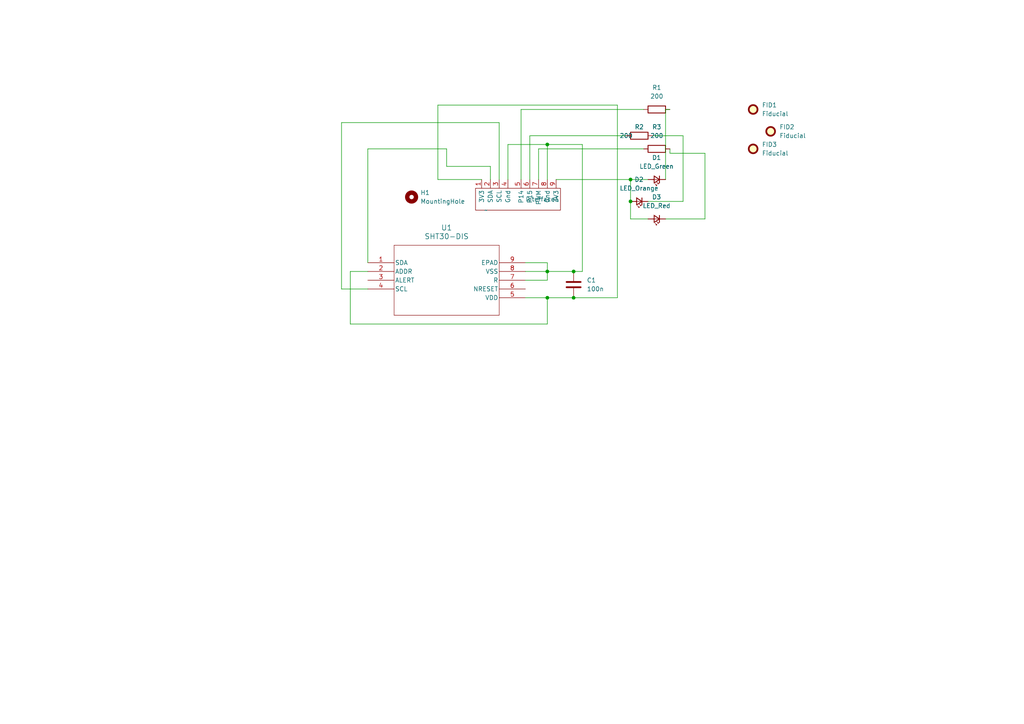
<source format=kicad_sch>
(kicad_sch (version 20230121) (generator eeschema)
  (paper "A4")
  (lib_symbols
    (symbol "1_sht30:1-101400-01" (pin_names (offset 0.254))
      (property "Reference" "U" (at 22.86 10.16 0))
      (property "Value" "1-101400-01" (at 22.86 7.62 0))
      (symbol "1-101400-01_0_1"
        (polyline (pts (xy 7.62 -15.24) (xy 38.1 -15.24)) (stroke (width 0.127)))
        (polyline (pts (xy 7.62 5.08) (xy 7.62 -15.24)) (stroke (width 0.127)))
        (polyline (pts (xy 38.1 -15.24) (xy 38.1 5.08)) (stroke (width 0.127)))
        (polyline (pts (xy 38.1 5.08) (xy 7.62 5.08)) (stroke (width 0.127)))
        (pin bidirectional line (at 0 0 0) (length 7.62) (name "SDA") (number "1"))
        (pin input line (at 0 -2.54 0) (length 7.62) (name "ADDR") (number "2"))
        (pin output line (at 0 -5.08 0) (length 7.62) (name "ALERT") (number "3"))
        (pin bidirectional line (at 0 -7.62 0) (length 7.62) (name "SCL") (number "4"))
        (pin power_in line (at 45.72 -10.16 180) (length 7.62) (name "VDD") (number "5"))
        (pin input line (at 45.72 -7.62 180) (length 7.62) (name "NRESET") (number "6"))
        (pin power_out line (at 45.72 -5.08 180) (length 7.62) (name "R") (number "7"))
        (pin power_out line (at 45.72 -2.54 180) (length 7.62) (name "VSS") (number "8"))
        (pin power_out line (at 45.72 0 180) (length 7.62) (name "EPAD") (number "9"))
      )
    )
    (symbol "1_sht30:pi_i2c_interface"
      (property "Reference" "Interface" (at -3.81 -2.54 0))
      (symbol "pi_i2c_interface_0_1"
        (rectangle (start -3.048 6.35) (end 21.59 0))
      )
      (symbol "pi_i2c_interface_1_1"
        (pin output line (at -1.27 8.89 270) (length 2.54) (name "3V3") (number "1"))
        (pin bidirectional line (at 1.27 8.89 270) (length 2.54) (name "SDA") (number "2"))
        (pin bidirectional line (at 3.81 8.89 270) (length 2.54) (name "SCL") (number "3"))
        (pin output line (at 6.35 8.89 270) (length 2.54) (name "Gnd") (number "4"))
        (pin output line (at 10.16 8.89 270) (length 2.54) (name "P14") (number "5"))
        (pin output line (at 12.7 8.89 270) (length 2.54) (name "P15") (number "6"))
        (pin output line (at 15.24 8.89 270) (length 2.54) (name "PWM") (number "7"))
        (pin output line (at 17.78 8.89 270) (length 2.54) (name "Gnd") (number "8"))
        (pin output line (at 20.32 8.89 270) (length 2.54) (name "3V3") (number "9"))
      )
    )
    (symbol "Device:C" (pin_numbers hide) (pin_names (offset 0.254))
      (property "Reference" "C" (at 0.635 2.54 0))
      (property "Value" "C" (at 0.635 -2.54 0))
      (symbol "C_0_1"
        (polyline (pts (xy -2.032 -0.762) (xy 2.032 -0.762)) (stroke (width 0.508)))
        (polyline (pts (xy -2.032 0.762) (xy 2.032 0.762)) (stroke (width 0.508)))
      )
      (symbol "C_1_1"
        (pin passive line (at 0 3.81 270) (length 2.794) (name "~") (number "1"))
        (pin passive line (at 0 -3.81 90) (length 2.794) (name "~") (number "2"))
      )
    )
    (symbol "Device:LED_Small" (pin_numbers hide) (pin_names (offset 0.254) hide)
      (property "Reference" "D" (at -1.27 3.175 0))
      (property "Value" "LED_Small" (at -4.445 -2.54 0))
      (symbol "LED_Small_0_1"
        (polyline (pts (xy -0.762 -1.016) (xy -0.762 1.016)) (stroke (width 0.254)))
        (polyline (pts (xy 1.016 0) (xy -0.762 0)))
        (polyline (pts (xy 0.762 -1.016) (xy -0.762 0) (xy 0.762 1.016) (xy 0.762 -1.016)) (stroke (width 0.254)))
        (polyline (pts (xy 0 0.762) (xy -0.508 1.27) (xy -0.254 1.27) (xy -0.508 1.27) (xy -0.508 1.016)))
        (polyline (pts (xy 0.508 1.27) (xy 0 1.778) (xy 0.254 1.778) (xy 0 1.778) (xy 0 1.524)))
      )
      (symbol "LED_Small_1_1"
        (pin passive line (at -2.54 0 0) (length 1.778) (name "K") (number "1"))
        (pin passive line (at 2.54 0 180) (length 1.778) (name "A") (number "2"))
      )
    )
    (symbol "Device:R" (pin_numbers hide) (pin_names (offset 0))
      (property "Reference" "R" (at 2.032 0 90))
      (property "Value" "R" (at 0 0 90))
      (symbol "R_0_1"
        (rectangle (start -1.016 -2.54) (end 1.016 2.54) (stroke (width 0.254)))
      )
      (symbol "R_1_1"
        (pin passive line (at 0 3.81 270) (length 1.27) (name "~") (number "1"))
        (pin passive line (at 0 -3.81 90) (length 1.27) (name "~") (number "2"))
      )
    )
    (symbol "Mechanical:Fiducial"
      (property "Reference" "FID" (at 0 5.08 0))
      (property "Value" "Fiducial" (at 0 3.175 0))
      (symbol "Fiducial_0_1"
        (circle (center 0 0) (radius 1.27) (stroke (width 0.508)) (fill (type background)))
      )
    )
    (symbol "Mechanical:MountingHole" (pin_names (offset 1.016))
      (property "Reference" "H" (at 0 5.08 0))
      (property "Value" "MountingHole" (at 0 3.175 0))
      (symbol "MountingHole_0_1"
        (circle (center 0 0) (radius 1.27) (stroke (width 1.27)))
      )
    )
  )
  (junction (at 166.37 86.36))
  (junction (at 158.75 41.91))
  (junction (at 158.75 86.36))
  (junction (at 182.88 52.07))
  (junction (at 158.75 78.74))
  (junction (at 166.37 78.74))
  (junction (at 182.88 58.42))
  (wire (pts (xy 158.75 41.91) (xy 158.75 52.07)))
  (wire (pts (xy 158.75 93.98) (xy 158.75 86.36)))
  (wire (pts (xy 182.88 52.07) (xy 187.96 52.07)))
  (wire (pts (xy 144.78 52.07) (xy 144.78 35.56)))
  (wire (pts (xy 194.31 44.45) (xy 194.31 43.18)))
  (wire (pts (xy 158.75 81.28) (xy 158.75 78.74)))
  (wire (pts (xy 144.78 35.56) (xy 99.06 35.56)))
  (wire (pts (xy 129.54 43.18) (xy 106.68 43.18)))
  (wire (pts (xy 166.37 86.36) (xy 179.07 86.36)))
  (wire (pts (xy 198.12 58.42) (xy 198.12 39.37)))
  (wire (pts (xy 106.68 78.74) (xy 101.6 78.74)))
  (wire (pts (xy 179.07 30.48) (xy 127 30.48)))
  (wire (pts (xy 204.47 63.5) (xy 193.04 63.5)))
  (wire (pts (xy 186.69 31.75) (xy 151.13 31.75)))
  (wire (pts (xy 182.88 63.5) (xy 182.88 58.42)))
  (wire (pts (xy 139.7 52.07) (xy 127 52.07)))
  (wire (pts (xy 129.54 48.26) (xy 129.54 43.18)))
  (wire (pts (xy 161.29 52.07) (xy 182.88 52.07)))
  (wire (pts (xy 182.88 52.07) (xy 182.88 58.42)))
  (wire (pts (xy 168.91 78.74) (xy 166.37 78.74)))
  (wire (pts (xy 99.06 83.82) (xy 106.68 83.82)))
  (wire (pts (xy 151.13 31.75) (xy 151.13 52.07)))
  (wire (pts (xy 166.37 78.74) (xy 158.75 78.74)))
  (wire (pts (xy 204.47 44.45) (xy 204.47 63.5)))
  (wire (pts (xy 181.61 39.37) (xy 153.67 39.37)))
  (wire (pts (xy 152.4 78.74) (xy 158.75 78.74)))
  (wire (pts (xy 187.96 63.5) (xy 182.88 63.5)))
  (wire (pts (xy 152.4 81.28) (xy 158.75 81.28)))
  (wire (pts (xy 147.32 52.07) (xy 147.32 41.91)))
  (wire (pts (xy 152.4 76.2) (xy 158.75 76.2)))
  (wire (pts (xy 204.47 44.45) (xy 194.31 44.45)))
  (wire (pts (xy 193.04 31.75) (xy 193.04 52.07)))
  (wire (pts (xy 129.54 48.26) (xy 142.24 48.26)))
  (wire (pts (xy 101.6 78.74) (xy 101.6 93.98)))
  (wire (pts (xy 153.67 39.37) (xy 153.67 52.07)))
  (wire (pts (xy 198.12 39.37) (xy 189.23 39.37)))
  (wire (pts (xy 152.4 86.36) (xy 158.75 86.36)))
  (wire (pts (xy 179.07 86.36) (xy 179.07 30.48)))
  (wire (pts (xy 193.04 31.75) (xy 194.31 31.75)))
  (wire (pts (xy 187.96 58.42) (xy 198.12 58.42)))
  (wire (pts (xy 186.69 43.18) (xy 156.21 43.18)))
  (wire (pts (xy 147.32 41.91) (xy 158.75 41.91)))
  (wire (pts (xy 158.75 86.36) (xy 166.37 86.36)))
  (wire (pts (xy 142.24 48.26) (xy 142.24 52.07)))
  (wire (pts (xy 158.75 41.91) (xy 168.91 41.91)))
  (wire (pts (xy 106.68 43.18) (xy 106.68 76.2)))
  (wire (pts (xy 99.06 35.56) (xy 99.06 83.82)))
  (wire (pts (xy 127 30.48) (xy 127 52.07)))
  (wire (pts (xy 158.75 76.2) (xy 158.75 78.74)))
  (wire (pts (xy 156.21 43.18) (xy 156.21 52.07)))
  (wire (pts (xy 168.91 41.91) (xy 168.91 78.74)))
  (wire (pts (xy 101.6 93.98) (xy 158.75 93.98)))
  (symbol (lib_id "Mechanical:Fiducial") (at 218.44 31.75 0) (unit 1)
    (property "Reference" "FID1" (at 220.98 30.48 0) (effects (justify left)))
    (property "Value" "Fiducial" (at 220.98 33.02 0) (effects (justify left)))
    (property "Footprint" "Fiducial:Fiducial_0.5mm_Mask1mm" (effects hide))
  )
  (symbol (lib_id "Device:LED_Small") (at 190.5 52.07 180) (unit 1)
    (property "Reference" "D1" (at 190.4365 45.72 0))
    (property "Value" "LED_Green" (at 190.4365 48.26 0))
    (property "Footprint" "LED_SMD:LED_0402_1005Metric" (effects hide))
  )
  (symbol (lib_id "1_sht30:pi_i2c_interface") (at 140.97 60.96 0) (unit 1)
    (property "Reference" "Interface1" (at 152.4 57.785 0) (effects (justify left)))
    (property "Value" "~" (at 140.97 60.96 0))
    (property "Footprint" "1_sht30:Pi_i2c_interface" (effects hide))
  )
  (symbol (lib_id "Device:R") (at 190.5 43.18 90) (unit 1)
    (property "Reference" "R3" (at 190.5 36.83 90))
    (property "Value" "200" (at 190.5 39.37 90))
    (property "Footprint" "LED_SMD:LED_0402_1005Metric" (effects hide))
  )
  (symbol (lib_id "Device:LED_Small") (at 185.42 58.42 180) (unit 1)
    (property "Reference" "D2" (at 185.3565 52.07 0))
    (property "Value" "LED_Orange" (at 185.3565 54.61 0))
    (property "Footprint" "LED_SMD:LED_0402_1005Metric" (effects hide))
  )
  (symbol (lib_id "1_sht30:1-101400-01") (at 106.68 76.2 0) (unit 1)
    (property "Reference" "U1" (at 129.54 66.04 0) (effects (font (size 1.524 1.524))))
    (property "Value" "SHT30-DIS" (at 129.54 68.58 0) (effects (font (size 1.524 1.524))))
    (property "Footprint" "1_sht30:SHT3X_DIS_SEN" (effects hide))
    (property "Datasheet" "1-101400-01" (effects hide))
  )
  (symbol (lib_id "Mechanical:Fiducial") (at 218.44 43.18 0) (unit 1)
    (property "Reference" "FID3" (at 220.98 41.91 0) (effects (justify left)))
    (property "Value" "Fiducial" (at 220.98 44.45 0) (effects (justify left)))
    (property "Footprint" "Fiducial:Fiducial_0.5mm_Mask1mm" (effects hide))
  )
  (symbol (lib_id "Mechanical:MountingHole") (at 119.38 57.15 0) (unit 1)
    (property "Reference" "H1" (at 121.92 55.88 0) (effects (justify left)))
    (property "Value" "MountingHole" (at 121.92 58.42 0) (effects (justify left)))
    (property "Footprint" "MountingHole:MountingHole_2.7mm_M2.5" (effects hide))
  )
  (symbol (lib_id "Device:R") (at 185.42 39.37 90) (unit 1)
    (property "Reference" "R2" (at 185.42 36.83 90))
    (property "Value" "200" (at 181.61 39.37 90))
    (property "Footprint" "LED_SMD:LED_0402_1005Metric" (effects hide))
  )
  (symbol (lib_id "Device:LED_Small") (at 190.5 63.5 180) (unit 1)
    (property "Reference" "D3" (at 190.4365 57.15 0))
    (property "Value" "LED_Red" (at 190.4365 59.69 0))
    (property "Footprint" "LED_SMD:LED_0402_1005Metric" (effects hide))
  )
  (symbol (lib_id "Mechanical:Fiducial") (at 223.52 38.1 0) (unit 1)
    (property "Reference" "FID2" (at 226.06 36.83 0) (effects (justify left)))
    (property "Value" "Fiducial" (at 226.06 39.37 0) (effects (justify left)))
    (property "Footprint" "Fiducial:Fiducial_0.5mm_Mask1mm" (effects hide))
  )
  (symbol (lib_id "Device:C") (at 166.37 82.55 0) (unit 1)
    (property "Reference" "C1" (at 170.18 81.28 0) (effects (justify left)))
    (property "Value" "100n" (at 170.18 83.82 0) (effects (justify left)))
    (property "Footprint" "Capacitor_SMD:C_0402_1005Metric" (effects hide))
  )
  (symbol (lib_id "Device:R") (at 190.5 31.75 90) (unit 1)
    (property "Reference" "R1" (at 190.5 25.4 90))
    (property "Value" "200" (at 190.5 27.94 90))
    (property "Footprint" "LED_SMD:LED_0402_1005Metric" (effects hide))
  )
)
</source>
